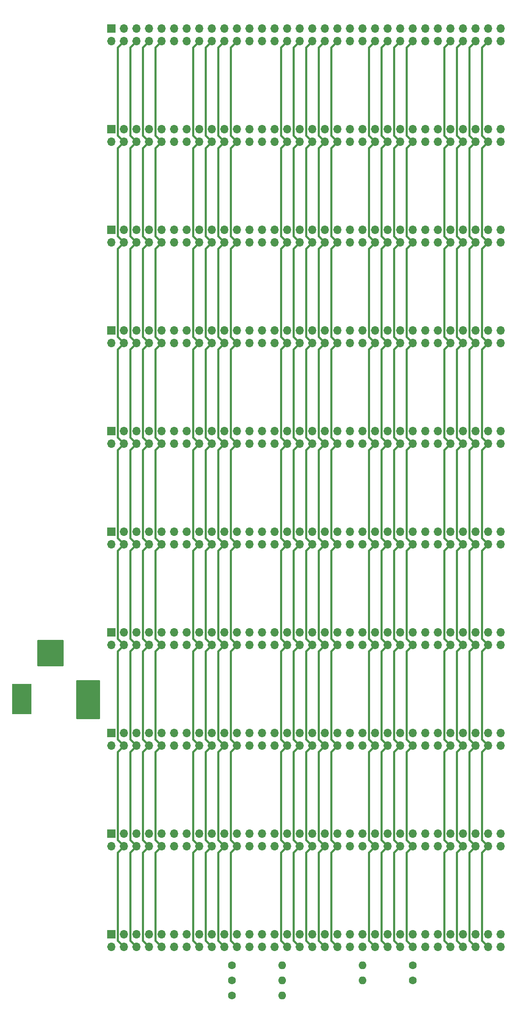
<source format=gbl>
G04 #@! TF.GenerationSoftware,KiCad,Pcbnew,5.1.6-c6e7f7d~86~ubuntu18.04.1*
G04 #@! TF.CreationDate,2020-06-23T20:17:20+12:00*
G04 #@! TF.ProjectId,M1 Backplane,4d312042-6163-46b7-906c-616e652e6b69,rev?*
G04 #@! TF.SameCoordinates,Original*
G04 #@! TF.FileFunction,Copper,L4,Bot*
G04 #@! TF.FilePolarity,Positive*
%FSLAX46Y46*%
G04 Gerber Fmt 4.6, Leading zero omitted, Abs format (unit mm)*
G04 Created by KiCad (PCBNEW 5.1.6-c6e7f7d~86~ubuntu18.04.1) date 2020-06-23 20:17:20*
%MOMM*%
%LPD*%
G01*
G04 APERTURE LIST*
G04 #@! TA.AperFunction,ComponentPad*
%ADD10R,1.700000X1.700000*%
G04 #@! TD*
G04 #@! TA.AperFunction,ComponentPad*
%ADD11O,1.700000X1.700000*%
G04 #@! TD*
G04 #@! TA.AperFunction,SMDPad,CuDef*
%ADD12R,3.300000X4.400000*%
G04 #@! TD*
G04 #@! TA.AperFunction,SMDPad,CuDef*
%ADD13R,3.900000X6.200000*%
G04 #@! TD*
G04 #@! TA.AperFunction,ComponentPad*
%ADD14C,1.600000*%
G04 #@! TD*
G04 #@! TA.AperFunction,ComponentPad*
%ADD15O,1.600000X1.600000*%
G04 #@! TD*
G04 #@! TA.AperFunction,ViaPad*
%ADD16C,0.762000*%
G04 #@! TD*
G04 #@! TA.AperFunction,Conductor*
%ADD17C,0.406400*%
G04 #@! TD*
G04 #@! TA.AperFunction,Conductor*
%ADD18C,0.254000*%
G04 #@! TD*
G04 APERTURE END LIST*
D10*
X109135000Y-306970000D03*
D11*
X109135000Y-309510000D03*
X111675000Y-306970000D03*
X111675000Y-309510000D03*
X114215000Y-306970000D03*
X114215000Y-309510000D03*
X116755000Y-306970000D03*
X116755000Y-309510000D03*
X119295000Y-306970000D03*
X119295000Y-309510000D03*
X121835000Y-306970000D03*
X121835000Y-309510000D03*
X124375000Y-306970000D03*
X124375000Y-309510000D03*
X126915000Y-306970000D03*
X126915000Y-309510000D03*
X129455000Y-306970000D03*
X129455000Y-309510000D03*
X131995000Y-306970000D03*
X131995000Y-309510000D03*
X134535000Y-306970000D03*
X134535000Y-309510000D03*
X137075000Y-306970000D03*
X137075000Y-309510000D03*
X139615000Y-306970000D03*
X139615000Y-309510000D03*
X142155000Y-306970000D03*
X142155000Y-309510000D03*
X144695000Y-306970000D03*
X144695000Y-309510000D03*
X147235000Y-306970000D03*
X147235000Y-309510000D03*
X149775000Y-306970000D03*
X149775000Y-309510000D03*
X152315000Y-306970000D03*
X152315000Y-309510000D03*
X154855000Y-306970000D03*
X154855000Y-309510000D03*
X157395000Y-306970000D03*
X157395000Y-309510000D03*
X159935000Y-306970000D03*
X159935000Y-309510000D03*
X162475000Y-306970000D03*
X162475000Y-309510000D03*
X165015000Y-306970000D03*
X165015000Y-309510000D03*
X167555000Y-306970000D03*
X167555000Y-309510000D03*
X170095000Y-306970000D03*
X170095000Y-309510000D03*
X172635000Y-306970000D03*
X172635000Y-309510000D03*
X175175000Y-306970000D03*
X175175000Y-309510000D03*
X177715000Y-306970000D03*
X177715000Y-309510000D03*
X180255000Y-306970000D03*
X180255000Y-309510000D03*
X182795000Y-306970000D03*
X182795000Y-309510000D03*
X185335000Y-306970000D03*
X185335000Y-309510000D03*
X187875000Y-306970000D03*
X187875000Y-309510000D03*
X187875000Y-289190000D03*
X187875000Y-286650000D03*
X185335000Y-289190000D03*
X185335000Y-286650000D03*
X182795000Y-289190000D03*
X182795000Y-286650000D03*
X180255000Y-289190000D03*
X180255000Y-286650000D03*
X177715000Y-289190000D03*
X177715000Y-286650000D03*
X175175000Y-289190000D03*
X175175000Y-286650000D03*
X172635000Y-289190000D03*
X172635000Y-286650000D03*
X170095000Y-289190000D03*
X170095000Y-286650000D03*
X167555000Y-289190000D03*
X167555000Y-286650000D03*
X165015000Y-289190000D03*
X165015000Y-286650000D03*
X162475000Y-289190000D03*
X162475000Y-286650000D03*
X159935000Y-289190000D03*
X159935000Y-286650000D03*
X157395000Y-289190000D03*
X157395000Y-286650000D03*
X154855000Y-289190000D03*
X154855000Y-286650000D03*
X152315000Y-289190000D03*
X152315000Y-286650000D03*
X149775000Y-289190000D03*
X149775000Y-286650000D03*
X147235000Y-289190000D03*
X147235000Y-286650000D03*
X144695000Y-289190000D03*
X144695000Y-286650000D03*
X142155000Y-289190000D03*
X142155000Y-286650000D03*
X139615000Y-289190000D03*
X139615000Y-286650000D03*
X137075000Y-289190000D03*
X137075000Y-286650000D03*
X134535000Y-289190000D03*
X134535000Y-286650000D03*
X131995000Y-289190000D03*
X131995000Y-286650000D03*
X129455000Y-289190000D03*
X129455000Y-286650000D03*
X126915000Y-289190000D03*
X126915000Y-286650000D03*
X124375000Y-289190000D03*
X124375000Y-286650000D03*
X121835000Y-289190000D03*
X121835000Y-286650000D03*
X119295000Y-289190000D03*
X119295000Y-286650000D03*
X116755000Y-289190000D03*
X116755000Y-286650000D03*
X114215000Y-289190000D03*
X114215000Y-286650000D03*
X111675000Y-289190000D03*
X111675000Y-286650000D03*
X109135000Y-289190000D03*
D10*
X109135000Y-286650000D03*
D11*
X187875000Y-268870000D03*
X187875000Y-266330000D03*
X185335000Y-268870000D03*
X185335000Y-266330000D03*
X182795000Y-268870000D03*
X182795000Y-266330000D03*
X180255000Y-268870000D03*
X180255000Y-266330000D03*
X177715000Y-268870000D03*
X177715000Y-266330000D03*
X175175000Y-268870000D03*
X175175000Y-266330000D03*
X172635000Y-268870000D03*
X172635000Y-266330000D03*
X170095000Y-268870000D03*
X170095000Y-266330000D03*
X167555000Y-268870000D03*
X167555000Y-266330000D03*
X165015000Y-268870000D03*
X165015000Y-266330000D03*
X162475000Y-268870000D03*
X162475000Y-266330000D03*
X159935000Y-268870000D03*
X159935000Y-266330000D03*
X157395000Y-268870000D03*
X157395000Y-266330000D03*
X154855000Y-268870000D03*
X154855000Y-266330000D03*
X152315000Y-268870000D03*
X152315000Y-266330000D03*
X149775000Y-268870000D03*
X149775000Y-266330000D03*
X147235000Y-268870000D03*
X147235000Y-266330000D03*
X144695000Y-268870000D03*
X144695000Y-266330000D03*
X142155000Y-268870000D03*
X142155000Y-266330000D03*
X139615000Y-268870000D03*
X139615000Y-266330000D03*
X137075000Y-268870000D03*
X137075000Y-266330000D03*
X134535000Y-268870000D03*
X134535000Y-266330000D03*
X131995000Y-268870000D03*
X131995000Y-266330000D03*
X129455000Y-268870000D03*
X129455000Y-266330000D03*
X126915000Y-268870000D03*
X126915000Y-266330000D03*
X124375000Y-268870000D03*
X124375000Y-266330000D03*
X121835000Y-268870000D03*
X121835000Y-266330000D03*
X119295000Y-268870000D03*
X119295000Y-266330000D03*
X116755000Y-268870000D03*
X116755000Y-266330000D03*
X114215000Y-268870000D03*
X114215000Y-266330000D03*
X111675000Y-268870000D03*
X111675000Y-266330000D03*
X109135000Y-268870000D03*
D10*
X109135000Y-266330000D03*
X109135000Y-246010000D03*
D11*
X109135000Y-248550000D03*
X111675000Y-246010000D03*
X111675000Y-248550000D03*
X114215000Y-246010000D03*
X114215000Y-248550000D03*
X116755000Y-246010000D03*
X116755000Y-248550000D03*
X119295000Y-246010000D03*
X119295000Y-248550000D03*
X121835000Y-246010000D03*
X121835000Y-248550000D03*
X124375000Y-246010000D03*
X124375000Y-248550000D03*
X126915000Y-246010000D03*
X126915000Y-248550000D03*
X129455000Y-246010000D03*
X129455000Y-248550000D03*
X131995000Y-246010000D03*
X131995000Y-248550000D03*
X134535000Y-246010000D03*
X134535000Y-248550000D03*
X137075000Y-246010000D03*
X137075000Y-248550000D03*
X139615000Y-246010000D03*
X139615000Y-248550000D03*
X142155000Y-246010000D03*
X142155000Y-248550000D03*
X144695000Y-246010000D03*
X144695000Y-248550000D03*
X147235000Y-246010000D03*
X147235000Y-248550000D03*
X149775000Y-246010000D03*
X149775000Y-248550000D03*
X152315000Y-246010000D03*
X152315000Y-248550000D03*
X154855000Y-246010000D03*
X154855000Y-248550000D03*
X157395000Y-246010000D03*
X157395000Y-248550000D03*
X159935000Y-246010000D03*
X159935000Y-248550000D03*
X162475000Y-246010000D03*
X162475000Y-248550000D03*
X165015000Y-246010000D03*
X165015000Y-248550000D03*
X167555000Y-246010000D03*
X167555000Y-248550000D03*
X170095000Y-246010000D03*
X170095000Y-248550000D03*
X172635000Y-246010000D03*
X172635000Y-248550000D03*
X175175000Y-246010000D03*
X175175000Y-248550000D03*
X177715000Y-246010000D03*
X177715000Y-248550000D03*
X180255000Y-246010000D03*
X180255000Y-248550000D03*
X182795000Y-246010000D03*
X182795000Y-248550000D03*
X185335000Y-246010000D03*
X185335000Y-248550000D03*
X187875000Y-246010000D03*
X187875000Y-248550000D03*
D10*
X109135000Y-225690000D03*
D11*
X109135000Y-228230000D03*
X111675000Y-225690000D03*
X111675000Y-228230000D03*
X114215000Y-225690000D03*
X114215000Y-228230000D03*
X116755000Y-225690000D03*
X116755000Y-228230000D03*
X119295000Y-225690000D03*
X119295000Y-228230000D03*
X121835000Y-225690000D03*
X121835000Y-228230000D03*
X124375000Y-225690000D03*
X124375000Y-228230000D03*
X126915000Y-225690000D03*
X126915000Y-228230000D03*
X129455000Y-225690000D03*
X129455000Y-228230000D03*
X131995000Y-225690000D03*
X131995000Y-228230000D03*
X134535000Y-225690000D03*
X134535000Y-228230000D03*
X137075000Y-225690000D03*
X137075000Y-228230000D03*
X139615000Y-225690000D03*
X139615000Y-228230000D03*
X142155000Y-225690000D03*
X142155000Y-228230000D03*
X144695000Y-225690000D03*
X144695000Y-228230000D03*
X147235000Y-225690000D03*
X147235000Y-228230000D03*
X149775000Y-225690000D03*
X149775000Y-228230000D03*
X152315000Y-225690000D03*
X152315000Y-228230000D03*
X154855000Y-225690000D03*
X154855000Y-228230000D03*
X157395000Y-225690000D03*
X157395000Y-228230000D03*
X159935000Y-225690000D03*
X159935000Y-228230000D03*
X162475000Y-225690000D03*
X162475000Y-228230000D03*
X165015000Y-225690000D03*
X165015000Y-228230000D03*
X167555000Y-225690000D03*
X167555000Y-228230000D03*
X170095000Y-225690000D03*
X170095000Y-228230000D03*
X172635000Y-225690000D03*
X172635000Y-228230000D03*
X175175000Y-225690000D03*
X175175000Y-228230000D03*
X177715000Y-225690000D03*
X177715000Y-228230000D03*
X180255000Y-225690000D03*
X180255000Y-228230000D03*
X182795000Y-225690000D03*
X182795000Y-228230000D03*
X185335000Y-225690000D03*
X185335000Y-228230000D03*
X187875000Y-225690000D03*
X187875000Y-228230000D03*
X187875000Y-207910000D03*
X187875000Y-205370000D03*
X185335000Y-207910000D03*
X185335000Y-205370000D03*
X182795000Y-207910000D03*
X182795000Y-205370000D03*
X180255000Y-207910000D03*
X180255000Y-205370000D03*
X177715000Y-207910000D03*
X177715000Y-205370000D03*
X175175000Y-207910000D03*
X175175000Y-205370000D03*
X172635000Y-207910000D03*
X172635000Y-205370000D03*
X170095000Y-207910000D03*
X170095000Y-205370000D03*
X167555000Y-207910000D03*
X167555000Y-205370000D03*
X165015000Y-207910000D03*
X165015000Y-205370000D03*
X162475000Y-207910000D03*
X162475000Y-205370000D03*
X159935000Y-207910000D03*
X159935000Y-205370000D03*
X157395000Y-207910000D03*
X157395000Y-205370000D03*
X154855000Y-207910000D03*
X154855000Y-205370000D03*
X152315000Y-207910000D03*
X152315000Y-205370000D03*
X149775000Y-207910000D03*
X149775000Y-205370000D03*
X147235000Y-207910000D03*
X147235000Y-205370000D03*
X144695000Y-207910000D03*
X144695000Y-205370000D03*
X142155000Y-207910000D03*
X142155000Y-205370000D03*
X139615000Y-207910000D03*
X139615000Y-205370000D03*
X137075000Y-207910000D03*
X137075000Y-205370000D03*
X134535000Y-207910000D03*
X134535000Y-205370000D03*
X131995000Y-207910000D03*
X131995000Y-205370000D03*
X129455000Y-207910000D03*
X129455000Y-205370000D03*
X126915000Y-207910000D03*
X126915000Y-205370000D03*
X124375000Y-207910000D03*
X124375000Y-205370000D03*
X121835000Y-207910000D03*
X121835000Y-205370000D03*
X119295000Y-207910000D03*
X119295000Y-205370000D03*
X116755000Y-207910000D03*
X116755000Y-205370000D03*
X114215000Y-207910000D03*
X114215000Y-205370000D03*
X111675000Y-207910000D03*
X111675000Y-205370000D03*
X109135000Y-207910000D03*
D10*
X109135000Y-205370000D03*
D11*
X187875000Y-187590000D03*
X187875000Y-185050000D03*
X185335000Y-187590000D03*
X185335000Y-185050000D03*
X182795000Y-187590000D03*
X182795000Y-185050000D03*
X180255000Y-187590000D03*
X180255000Y-185050000D03*
X177715000Y-187590000D03*
X177715000Y-185050000D03*
X175175000Y-187590000D03*
X175175000Y-185050000D03*
X172635000Y-187590000D03*
X172635000Y-185050000D03*
X170095000Y-187590000D03*
X170095000Y-185050000D03*
X167555000Y-187590000D03*
X167555000Y-185050000D03*
X165015000Y-187590000D03*
X165015000Y-185050000D03*
X162475000Y-187590000D03*
X162475000Y-185050000D03*
X159935000Y-187590000D03*
X159935000Y-185050000D03*
X157395000Y-187590000D03*
X157395000Y-185050000D03*
X154855000Y-187590000D03*
X154855000Y-185050000D03*
X152315000Y-187590000D03*
X152315000Y-185050000D03*
X149775000Y-187590000D03*
X149775000Y-185050000D03*
X147235000Y-187590000D03*
X147235000Y-185050000D03*
X144695000Y-187590000D03*
X144695000Y-185050000D03*
X142155000Y-187590000D03*
X142155000Y-185050000D03*
X139615000Y-187590000D03*
X139615000Y-185050000D03*
X137075000Y-187590000D03*
X137075000Y-185050000D03*
X134535000Y-187590000D03*
X134535000Y-185050000D03*
X131995000Y-187590000D03*
X131995000Y-185050000D03*
X129455000Y-187590000D03*
X129455000Y-185050000D03*
X126915000Y-187590000D03*
X126915000Y-185050000D03*
X124375000Y-187590000D03*
X124375000Y-185050000D03*
X121835000Y-187590000D03*
X121835000Y-185050000D03*
X119295000Y-187590000D03*
X119295000Y-185050000D03*
X116755000Y-187590000D03*
X116755000Y-185050000D03*
X114215000Y-187590000D03*
X114215000Y-185050000D03*
X111675000Y-187590000D03*
X111675000Y-185050000D03*
X109135000Y-187590000D03*
D10*
X109135000Y-185050000D03*
X109135000Y-164730000D03*
D11*
X109135000Y-167270000D03*
X111675000Y-164730000D03*
X111675000Y-167270000D03*
X114215000Y-164730000D03*
X114215000Y-167270000D03*
X116755000Y-164730000D03*
X116755000Y-167270000D03*
X119295000Y-164730000D03*
X119295000Y-167270000D03*
X121835000Y-164730000D03*
X121835000Y-167270000D03*
X124375000Y-164730000D03*
X124375000Y-167270000D03*
X126915000Y-164730000D03*
X126915000Y-167270000D03*
X129455000Y-164730000D03*
X129455000Y-167270000D03*
X131995000Y-164730000D03*
X131995000Y-167270000D03*
X134535000Y-164730000D03*
X134535000Y-167270000D03*
X137075000Y-164730000D03*
X137075000Y-167270000D03*
X139615000Y-164730000D03*
X139615000Y-167270000D03*
X142155000Y-164730000D03*
X142155000Y-167270000D03*
X144695000Y-164730000D03*
X144695000Y-167270000D03*
X147235000Y-164730000D03*
X147235000Y-167270000D03*
X149775000Y-164730000D03*
X149775000Y-167270000D03*
X152315000Y-164730000D03*
X152315000Y-167270000D03*
X154855000Y-164730000D03*
X154855000Y-167270000D03*
X157395000Y-164730000D03*
X157395000Y-167270000D03*
X159935000Y-164730000D03*
X159935000Y-167270000D03*
X162475000Y-164730000D03*
X162475000Y-167270000D03*
X165015000Y-164730000D03*
X165015000Y-167270000D03*
X167555000Y-164730000D03*
X167555000Y-167270000D03*
X170095000Y-164730000D03*
X170095000Y-167270000D03*
X172635000Y-164730000D03*
X172635000Y-167270000D03*
X175175000Y-164730000D03*
X175175000Y-167270000D03*
X177715000Y-164730000D03*
X177715000Y-167270000D03*
X180255000Y-164730000D03*
X180255000Y-167270000D03*
X182795000Y-164730000D03*
X182795000Y-167270000D03*
X185335000Y-164730000D03*
X185335000Y-167270000D03*
X187875000Y-164730000D03*
X187875000Y-167270000D03*
D10*
X109135000Y-144410000D03*
D11*
X109135000Y-146950000D03*
X111675000Y-144410000D03*
X111675000Y-146950000D03*
X114215000Y-144410000D03*
X114215000Y-146950000D03*
X116755000Y-144410000D03*
X116755000Y-146950000D03*
X119295000Y-144410000D03*
X119295000Y-146950000D03*
X121835000Y-144410000D03*
X121835000Y-146950000D03*
X124375000Y-144410000D03*
X124375000Y-146950000D03*
X126915000Y-144410000D03*
X126915000Y-146950000D03*
X129455000Y-144410000D03*
X129455000Y-146950000D03*
X131995000Y-144410000D03*
X131995000Y-146950000D03*
X134535000Y-144410000D03*
X134535000Y-146950000D03*
X137075000Y-144410000D03*
X137075000Y-146950000D03*
X139615000Y-144410000D03*
X139615000Y-146950000D03*
X142155000Y-144410000D03*
X142155000Y-146950000D03*
X144695000Y-144410000D03*
X144695000Y-146950000D03*
X147235000Y-144410000D03*
X147235000Y-146950000D03*
X149775000Y-144410000D03*
X149775000Y-146950000D03*
X152315000Y-144410000D03*
X152315000Y-146950000D03*
X154855000Y-144410000D03*
X154855000Y-146950000D03*
X157395000Y-144410000D03*
X157395000Y-146950000D03*
X159935000Y-144410000D03*
X159935000Y-146950000D03*
X162475000Y-144410000D03*
X162475000Y-146950000D03*
X165015000Y-144410000D03*
X165015000Y-146950000D03*
X167555000Y-144410000D03*
X167555000Y-146950000D03*
X170095000Y-144410000D03*
X170095000Y-146950000D03*
X172635000Y-144410000D03*
X172635000Y-146950000D03*
X175175000Y-144410000D03*
X175175000Y-146950000D03*
X177715000Y-144410000D03*
X177715000Y-146950000D03*
X180255000Y-144410000D03*
X180255000Y-146950000D03*
X182795000Y-144410000D03*
X182795000Y-146950000D03*
X185335000Y-144410000D03*
X185335000Y-146950000D03*
X187875000Y-144410000D03*
X187875000Y-146950000D03*
X187875000Y-126630000D03*
X187875000Y-124090000D03*
X185335000Y-126630000D03*
X185335000Y-124090000D03*
X182795000Y-126630000D03*
X182795000Y-124090000D03*
X180255000Y-126630000D03*
X180255000Y-124090000D03*
X177715000Y-126630000D03*
X177715000Y-124090000D03*
X175175000Y-126630000D03*
X175175000Y-124090000D03*
X172635000Y-126630000D03*
X172635000Y-124090000D03*
X170095000Y-126630000D03*
X170095000Y-124090000D03*
X167555000Y-126630000D03*
X167555000Y-124090000D03*
X165015000Y-126630000D03*
X165015000Y-124090000D03*
X162475000Y-126630000D03*
X162475000Y-124090000D03*
X159935000Y-126630000D03*
X159935000Y-124090000D03*
X157395000Y-126630000D03*
X157395000Y-124090000D03*
X154855000Y-126630000D03*
X154855000Y-124090000D03*
X152315000Y-126630000D03*
X152315000Y-124090000D03*
X149775000Y-126630000D03*
X149775000Y-124090000D03*
X147235000Y-126630000D03*
X147235000Y-124090000D03*
X144695000Y-126630000D03*
X144695000Y-124090000D03*
X142155000Y-126630000D03*
X142155000Y-124090000D03*
X139615000Y-126630000D03*
X139615000Y-124090000D03*
X137075000Y-126630000D03*
X137075000Y-124090000D03*
X134535000Y-126630000D03*
X134535000Y-124090000D03*
X131995000Y-126630000D03*
X131995000Y-124090000D03*
X129455000Y-126630000D03*
X129455000Y-124090000D03*
X126915000Y-126630000D03*
X126915000Y-124090000D03*
X124375000Y-126630000D03*
X124375000Y-124090000D03*
X121835000Y-126630000D03*
X121835000Y-124090000D03*
X119295000Y-126630000D03*
X119295000Y-124090000D03*
X116755000Y-126630000D03*
X116755000Y-124090000D03*
X114215000Y-126630000D03*
X114215000Y-124090000D03*
X111675000Y-126630000D03*
X111675000Y-124090000D03*
X109135000Y-126630000D03*
D10*
X109135000Y-124090000D03*
D12*
X96805000Y-250530000D03*
D13*
X103955000Y-259530000D03*
X91055000Y-259530000D03*
D14*
X133529000Y-313286000D03*
D15*
X143689000Y-313286000D03*
X143689000Y-316334000D03*
D14*
X133529000Y-316334000D03*
X170105000Y-316334000D03*
D15*
X159945000Y-316334000D03*
D14*
X133529000Y-319382000D03*
D15*
X143689000Y-319382000D03*
X159945000Y-313286000D03*
D14*
X170105000Y-313286000D03*
D16*
X106325000Y-260700000D03*
X106325000Y-259938000D03*
X106325000Y-259176000D03*
X106325000Y-258414000D03*
X105309000Y-262986000D03*
X104547000Y-262986000D03*
X103785000Y-262986000D03*
X105309000Y-256128000D03*
X104547000Y-256128000D03*
X103785000Y-256128000D03*
X98959000Y-251048000D03*
X98959000Y-250286000D03*
X98959000Y-249524000D03*
X94641000Y-251048000D03*
X94641000Y-250286000D03*
X94641000Y-249524000D03*
X97943000Y-248000000D03*
X97181000Y-248000000D03*
X96419000Y-248000000D03*
X95657000Y-248000000D03*
D17*
X111675000Y-309510000D02*
X110405000Y-308240000D01*
X110405000Y-308240000D02*
X110405000Y-290460000D01*
X110405000Y-290460000D02*
X111675000Y-289190000D01*
X111675000Y-289190000D02*
X110405000Y-287920000D01*
X110405000Y-287920000D02*
X110405000Y-270140000D01*
X110405000Y-270140000D02*
X111675000Y-268870000D01*
X111675000Y-268870000D02*
X110405000Y-267600000D01*
X110405000Y-267600000D02*
X110405000Y-249820000D01*
X110405000Y-249820000D02*
X111675000Y-248550000D01*
X111675000Y-248550000D02*
X110405000Y-247280000D01*
X110405000Y-247280000D02*
X110405000Y-229500000D01*
X110405000Y-229500000D02*
X111675000Y-228230000D01*
X111675000Y-228230000D02*
X110405000Y-226960000D01*
X110405000Y-226960000D02*
X110405000Y-209180000D01*
X110405000Y-209180000D02*
X111675000Y-207910000D01*
X111675000Y-207910000D02*
X110405000Y-206640000D01*
X110405000Y-206640000D02*
X110405000Y-188860000D01*
X110405000Y-188860000D02*
X111675000Y-187590000D01*
X111675000Y-187590000D02*
X110405000Y-186320000D01*
X110405000Y-186320000D02*
X110405000Y-168540000D01*
X110405000Y-168540000D02*
X111675000Y-167270000D01*
X111675000Y-167270000D02*
X110405000Y-166000000D01*
X110405000Y-166000000D02*
X110405000Y-148220000D01*
X110405000Y-148220000D02*
X111675000Y-146950000D01*
X111675000Y-146950000D02*
X110405000Y-145680000D01*
X110405000Y-145680000D02*
X110405000Y-127900000D01*
X110405000Y-127900000D02*
X111675000Y-126630000D01*
X114215000Y-309510000D02*
X112945000Y-308240000D01*
X112945000Y-308240000D02*
X112945000Y-290460000D01*
X112945000Y-290460000D02*
X114215000Y-289190000D01*
X114215000Y-289190000D02*
X112945000Y-287920000D01*
X112945000Y-287920000D02*
X112945000Y-270140000D01*
X112945000Y-270140000D02*
X114215000Y-268870000D01*
X114215000Y-268870000D02*
X112945000Y-267600000D01*
X112945000Y-267600000D02*
X112945000Y-249820000D01*
X112945000Y-249820000D02*
X114215000Y-248550000D01*
X114215000Y-248550000D02*
X112945000Y-247280000D01*
X112945000Y-247280000D02*
X112945000Y-229500000D01*
X112945000Y-229500000D02*
X114215000Y-228230000D01*
X114215000Y-228230000D02*
X112945000Y-226960000D01*
X112945000Y-226960000D02*
X112945000Y-209180000D01*
X112945000Y-209180000D02*
X114215000Y-207910000D01*
X114215000Y-207910000D02*
X112945000Y-206640000D01*
X112945000Y-206640000D02*
X112945000Y-188860000D01*
X112945000Y-188860000D02*
X114215000Y-187590000D01*
X114215000Y-187590000D02*
X112945000Y-186320000D01*
X112945000Y-186320000D02*
X112945000Y-168540000D01*
X112945000Y-168540000D02*
X114215000Y-167270000D01*
X114215000Y-167270000D02*
X112945000Y-166000000D01*
X112945000Y-166000000D02*
X112945000Y-148220000D01*
X112945000Y-148220000D02*
X114215000Y-146950000D01*
X114215000Y-146950000D02*
X112945000Y-145680000D01*
X112945000Y-145680000D02*
X112945000Y-127900000D01*
X112945000Y-127900000D02*
X114215000Y-126630000D01*
X116755000Y-309510000D02*
X115485000Y-308240000D01*
X115485000Y-308240000D02*
X115485000Y-290460000D01*
X115485000Y-290460000D02*
X116755000Y-289190000D01*
X116755000Y-289190000D02*
X115485000Y-287920000D01*
X115485000Y-287920000D02*
X115485000Y-270140000D01*
X115485000Y-270140000D02*
X116755000Y-268870000D01*
X116755000Y-268870000D02*
X115485000Y-267600000D01*
X115485000Y-267600000D02*
X115485000Y-249820000D01*
X115485000Y-249820000D02*
X116755000Y-248550000D01*
X116755000Y-248550000D02*
X115485000Y-247280000D01*
X115485000Y-247280000D02*
X115485000Y-229500000D01*
X115485000Y-229500000D02*
X116755000Y-228230000D01*
X116755000Y-228230000D02*
X115485000Y-226960000D01*
X115485000Y-226960000D02*
X115485000Y-209180000D01*
X115485000Y-209180000D02*
X116755000Y-207910000D01*
X116755000Y-207910000D02*
X115485000Y-206640000D01*
X115485000Y-206640000D02*
X115485000Y-188860000D01*
X115485000Y-188860000D02*
X116755000Y-187590000D01*
X116755000Y-187590000D02*
X115485000Y-186320000D01*
X115485000Y-186320000D02*
X115485000Y-168540000D01*
X115485000Y-168540000D02*
X116755000Y-167270000D01*
X116755000Y-167270000D02*
X115485000Y-166000000D01*
X115485000Y-166000000D02*
X115485000Y-148220000D01*
X115485000Y-148220000D02*
X116755000Y-146950000D01*
X116755000Y-146950000D02*
X115485000Y-145680000D01*
X115485000Y-145680000D02*
X115485000Y-127900000D01*
X115485000Y-127900000D02*
X116755000Y-126630000D01*
X119295000Y-309510000D02*
X118025000Y-308240000D01*
X118025000Y-308240000D02*
X118025000Y-290460000D01*
X118025000Y-290460000D02*
X119295000Y-289190000D01*
X119295000Y-289190000D02*
X118025000Y-287920000D01*
X118025000Y-287920000D02*
X118025000Y-270140000D01*
X118025000Y-270140000D02*
X119295000Y-268870000D01*
X119295000Y-268870000D02*
X118025000Y-267600000D01*
X118025000Y-267600000D02*
X118025000Y-249820000D01*
X118025000Y-249820000D02*
X119295000Y-248550000D01*
X119295000Y-248550000D02*
X118025000Y-247280000D01*
X118025000Y-247280000D02*
X118025000Y-229500000D01*
X118025000Y-229500000D02*
X119295000Y-228230000D01*
X119295000Y-228230000D02*
X118025000Y-226960000D01*
X118025000Y-226960000D02*
X118025000Y-209180000D01*
X118025000Y-209180000D02*
X119295000Y-207910000D01*
X119295000Y-207910000D02*
X118025000Y-206640000D01*
X118025000Y-206640000D02*
X118025000Y-188860000D01*
X118025000Y-188860000D02*
X119295000Y-187590000D01*
X119295000Y-187590000D02*
X118025000Y-186320000D01*
X118025000Y-186320000D02*
X118025000Y-168540000D01*
X118025000Y-168540000D02*
X119295000Y-167270000D01*
X119295000Y-167270000D02*
X118025000Y-166000000D01*
X118025000Y-166000000D02*
X118025000Y-148220000D01*
X118025000Y-148220000D02*
X119295000Y-146950000D01*
X119295000Y-146950000D02*
X118025000Y-145680000D01*
X118025000Y-145680000D02*
X118025000Y-127900000D01*
X118025000Y-127900000D02*
X119295000Y-126630000D01*
X126915000Y-309510000D02*
X125645000Y-308240000D01*
X125645000Y-308240000D02*
X125645000Y-290460000D01*
X125645000Y-290460000D02*
X126915000Y-289190000D01*
X126915000Y-289190000D02*
X125645000Y-287920000D01*
X125645000Y-287920000D02*
X125645000Y-270140000D01*
X125645000Y-270140000D02*
X126915000Y-268870000D01*
X126915000Y-268870000D02*
X125645000Y-267600000D01*
X125645000Y-267600000D02*
X125645000Y-249820000D01*
X125645000Y-249820000D02*
X126915000Y-248550000D01*
X126915000Y-248550000D02*
X125645000Y-247280000D01*
X125645000Y-247280000D02*
X125645000Y-229500000D01*
X125645000Y-229500000D02*
X126915000Y-228230000D01*
X126915000Y-228230000D02*
X125645000Y-226960000D01*
X125645000Y-226960000D02*
X125645000Y-209180000D01*
X125645000Y-209180000D02*
X126915000Y-207910000D01*
X126915000Y-207910000D02*
X125645000Y-206640000D01*
X125645000Y-206640000D02*
X125645000Y-188860000D01*
X125645000Y-188860000D02*
X126915000Y-187590000D01*
X126915000Y-187590000D02*
X125645000Y-186320000D01*
X125645000Y-186320000D02*
X125645000Y-168540000D01*
X125645000Y-168540000D02*
X126915000Y-167270000D01*
X126915000Y-167270000D02*
X125645000Y-166000000D01*
X125645000Y-166000000D02*
X125645000Y-148220000D01*
X125645000Y-148220000D02*
X126915000Y-146950000D01*
X126915000Y-146950000D02*
X125645000Y-145680000D01*
X125645000Y-145680000D02*
X125645000Y-127900000D01*
X125645000Y-127900000D02*
X126915000Y-126630000D01*
X129455000Y-309510000D02*
X128185000Y-308240000D01*
X128185000Y-308240000D02*
X128185000Y-290460000D01*
X128185000Y-290460000D02*
X129455000Y-289190000D01*
X129455000Y-289190000D02*
X128185000Y-287920000D01*
X128185000Y-287920000D02*
X128185000Y-270140000D01*
X128185000Y-270140000D02*
X129455000Y-268870000D01*
X129455000Y-268870000D02*
X128185000Y-267600000D01*
X128185000Y-267600000D02*
X128185000Y-249820000D01*
X128185000Y-249820000D02*
X129455000Y-248550000D01*
X129455000Y-248550000D02*
X128185000Y-247280000D01*
X128185000Y-247280000D02*
X128185000Y-229500000D01*
X128185000Y-229500000D02*
X129455000Y-228230000D01*
X129455000Y-228230000D02*
X128185000Y-226960000D01*
X128185000Y-226960000D02*
X128185000Y-209180000D01*
X128185000Y-209180000D02*
X129455000Y-207910000D01*
X129455000Y-207910000D02*
X128185000Y-206640000D01*
X128185000Y-206640000D02*
X128185000Y-188860000D01*
X128185000Y-188860000D02*
X129455000Y-187590000D01*
X129455000Y-187590000D02*
X128185000Y-186320000D01*
X128185000Y-186320000D02*
X128185000Y-168540000D01*
X128185000Y-168540000D02*
X129455000Y-167270000D01*
X129455000Y-167270000D02*
X128185000Y-166000000D01*
X128185000Y-166000000D02*
X128185000Y-148220000D01*
X128185000Y-148220000D02*
X129455000Y-146950000D01*
X129455000Y-146950000D02*
X128185000Y-145680000D01*
X128185000Y-145680000D02*
X128185000Y-127900000D01*
X128185000Y-127900000D02*
X129455000Y-126630000D01*
X131995000Y-309510000D02*
X130725000Y-308240000D01*
X130725000Y-308240000D02*
X130725000Y-290460000D01*
X130725000Y-290460000D02*
X131995000Y-289190000D01*
X131995000Y-289190000D02*
X130725000Y-287920000D01*
X130725000Y-287920000D02*
X130725000Y-270140000D01*
X130725000Y-270140000D02*
X131995000Y-268870000D01*
X131995000Y-268870000D02*
X130725000Y-267600000D01*
X130725000Y-267600000D02*
X130725000Y-249820000D01*
X130725000Y-249820000D02*
X131995000Y-248550000D01*
X131995000Y-248550000D02*
X130725000Y-247280000D01*
X130725000Y-247280000D02*
X130725000Y-229500000D01*
X130725000Y-229500000D02*
X131995000Y-228230000D01*
X131995000Y-228230000D02*
X130725000Y-226960000D01*
X130725000Y-226960000D02*
X130725000Y-209180000D01*
X130725000Y-209180000D02*
X131995000Y-207910000D01*
X131995000Y-207910000D02*
X130725000Y-206640000D01*
X130725000Y-206640000D02*
X130725000Y-188860000D01*
X130725000Y-188860000D02*
X131995000Y-187590000D01*
X131995000Y-187590000D02*
X130725000Y-186320000D01*
X130725000Y-186320000D02*
X130725000Y-168540000D01*
X130725000Y-168540000D02*
X131995000Y-167270000D01*
X131995000Y-167270000D02*
X130725000Y-166000000D01*
X130725000Y-166000000D02*
X130725000Y-148220000D01*
X130725000Y-148220000D02*
X131995000Y-146950000D01*
X131995000Y-146950000D02*
X130725000Y-145680000D01*
X130725000Y-145680000D02*
X130725000Y-127900000D01*
X130725000Y-127900000D02*
X131995000Y-126630000D01*
X134535000Y-309510000D02*
X133265000Y-308240000D01*
X133265000Y-308240000D02*
X133265000Y-290460000D01*
X133265000Y-290460000D02*
X134535000Y-289190000D01*
X134535000Y-289190000D02*
X133265000Y-287920000D01*
X133265000Y-287920000D02*
X133265000Y-270140000D01*
X133265000Y-270140000D02*
X134535000Y-268870000D01*
X134535000Y-268870000D02*
X133265000Y-267600000D01*
X133265000Y-267600000D02*
X133265000Y-249820000D01*
X133265000Y-249820000D02*
X134535000Y-248550000D01*
X134535000Y-248550000D02*
X133265000Y-247280000D01*
X133265000Y-247280000D02*
X133265000Y-229500000D01*
X133265000Y-229500000D02*
X134535000Y-228230000D01*
X134535000Y-228230000D02*
X133265000Y-226960000D01*
X133265000Y-226960000D02*
X133265000Y-209180000D01*
X133265000Y-209180000D02*
X134535000Y-207910000D01*
X134535000Y-207910000D02*
X133265000Y-206640000D01*
X133265000Y-206640000D02*
X133265000Y-188860000D01*
X133265000Y-188860000D02*
X134535000Y-187590000D01*
X134535000Y-187590000D02*
X133265000Y-186320000D01*
X133265000Y-186320000D02*
X133265000Y-168540000D01*
X133265000Y-168540000D02*
X134535000Y-167270000D01*
X134535000Y-167270000D02*
X133265000Y-166000000D01*
X133265000Y-166000000D02*
X133265000Y-148220000D01*
X133265000Y-148220000D02*
X134535000Y-146950000D01*
X134535000Y-146950000D02*
X133265000Y-145680000D01*
X133265000Y-145680000D02*
X133265000Y-127900000D01*
X133265000Y-127900000D02*
X134535000Y-126630000D01*
X144695000Y-309510000D02*
X143425000Y-308240000D01*
X143425000Y-308240000D02*
X143425000Y-290460000D01*
X143425000Y-290460000D02*
X144695000Y-289190000D01*
X144695000Y-289190000D02*
X143425000Y-287920000D01*
X143425000Y-287920000D02*
X143425000Y-270140000D01*
X143425000Y-270140000D02*
X144695000Y-268870000D01*
X144695000Y-268870000D02*
X143425000Y-267600000D01*
X143425000Y-267600000D02*
X143425000Y-249820000D01*
X143425000Y-249820000D02*
X144695000Y-248550000D01*
X144695000Y-248550000D02*
X143425000Y-247280000D01*
X143425000Y-247280000D02*
X143425000Y-229500000D01*
X143425000Y-229500000D02*
X144695000Y-228230000D01*
X144695000Y-228230000D02*
X143425000Y-226960000D01*
X143425000Y-226960000D02*
X143425000Y-209180000D01*
X143425000Y-209180000D02*
X144695000Y-207910000D01*
X144695000Y-207910000D02*
X143425000Y-206640000D01*
X143425000Y-206640000D02*
X143425000Y-188860000D01*
X143425000Y-188860000D02*
X144695000Y-187590000D01*
X144695000Y-187590000D02*
X143425000Y-186320000D01*
X143425000Y-186320000D02*
X143425000Y-168540000D01*
X143425000Y-168540000D02*
X144695000Y-167270000D01*
X144695000Y-167270000D02*
X143425000Y-166000000D01*
X143425000Y-166000000D02*
X143425000Y-148220000D01*
X143425000Y-148220000D02*
X144695000Y-146950000D01*
X144695000Y-146950000D02*
X143425000Y-145680000D01*
X143425000Y-145680000D02*
X143425000Y-127900000D01*
X143425000Y-127900000D02*
X144695000Y-126630000D01*
X147235000Y-309510000D02*
X145965000Y-308240000D01*
X145965000Y-308240000D02*
X145965000Y-290460000D01*
X145965000Y-290460000D02*
X147235000Y-289190000D01*
X147235000Y-289190000D02*
X145965000Y-287920000D01*
X145965000Y-287920000D02*
X145965000Y-270140000D01*
X145965000Y-270140000D02*
X147235000Y-268870000D01*
X147235000Y-268870000D02*
X145965000Y-267600000D01*
X145965000Y-267600000D02*
X145965000Y-249820000D01*
X145965000Y-249820000D02*
X147235000Y-248550000D01*
X147235000Y-248550000D02*
X145965000Y-247280000D01*
X145965000Y-247280000D02*
X145965000Y-229500000D01*
X145965000Y-229500000D02*
X147235000Y-228230000D01*
X147235000Y-228230000D02*
X145965000Y-226960000D01*
X145965000Y-226960000D02*
X145965000Y-209180000D01*
X145965000Y-209180000D02*
X147235000Y-207910000D01*
X147235000Y-207910000D02*
X145965000Y-206640000D01*
X145965000Y-206640000D02*
X145965000Y-188860000D01*
X145965000Y-188860000D02*
X147235000Y-187590000D01*
X147235000Y-187590000D02*
X145965000Y-186320000D01*
X145965000Y-186320000D02*
X145965000Y-168540000D01*
X145965000Y-168540000D02*
X147235000Y-167270000D01*
X147235000Y-167270000D02*
X145965000Y-166000000D01*
X145965000Y-166000000D02*
X145965000Y-148220000D01*
X145965000Y-148220000D02*
X147235000Y-146950000D01*
X147235000Y-146950000D02*
X145965000Y-145680000D01*
X145965000Y-145680000D02*
X145965000Y-127900000D01*
X145965000Y-127900000D02*
X147235000Y-126630000D01*
X149775000Y-309510000D02*
X148505000Y-308240000D01*
X148505000Y-308240000D02*
X148505000Y-290460000D01*
X148505000Y-290460000D02*
X149775000Y-289190000D01*
X149775000Y-289190000D02*
X148505000Y-287920000D01*
X148505000Y-287920000D02*
X148505000Y-270140000D01*
X148505000Y-270140000D02*
X149775000Y-268870000D01*
X149775000Y-268870000D02*
X148505000Y-267600000D01*
X148505000Y-267600000D02*
X148505000Y-249820000D01*
X148505000Y-249820000D02*
X149775000Y-248550000D01*
X149775000Y-248550000D02*
X148505000Y-247280000D01*
X148505000Y-247280000D02*
X148505000Y-229500000D01*
X148505000Y-229500000D02*
X149775000Y-228230000D01*
X149775000Y-228230000D02*
X148505000Y-226960000D01*
X148505000Y-226960000D02*
X148505000Y-209180000D01*
X148505000Y-209180000D02*
X149775000Y-207910000D01*
X149775000Y-207910000D02*
X148505000Y-206640000D01*
X148505000Y-206640000D02*
X148505000Y-188860000D01*
X148505000Y-188860000D02*
X149775000Y-187590000D01*
X149775000Y-187590000D02*
X148505000Y-186320000D01*
X148505000Y-186320000D02*
X148505000Y-168540000D01*
X148505000Y-168540000D02*
X149775000Y-167270000D01*
X149775000Y-167270000D02*
X148505000Y-166000000D01*
X148505000Y-166000000D02*
X148505000Y-148220000D01*
X148505000Y-148220000D02*
X149775000Y-146950000D01*
X149775000Y-146950000D02*
X148505000Y-145680000D01*
X148505000Y-145680000D02*
X148505000Y-127900000D01*
X148505000Y-127900000D02*
X149775000Y-126630000D01*
X152315000Y-309510000D02*
X151045000Y-308240000D01*
X151045000Y-308240000D02*
X151045000Y-290460000D01*
X151045000Y-290460000D02*
X152315000Y-289190000D01*
X152315000Y-289190000D02*
X151045000Y-287920000D01*
X151045000Y-287920000D02*
X151045000Y-270140000D01*
X151045000Y-270140000D02*
X152315000Y-268870000D01*
X152315000Y-268870000D02*
X151045000Y-267600000D01*
X151045000Y-267600000D02*
X151045000Y-249820000D01*
X151045000Y-249820000D02*
X152315000Y-248550000D01*
X152315000Y-248550000D02*
X151045000Y-247280000D01*
X151045000Y-247280000D02*
X151045000Y-229500000D01*
X151045000Y-229500000D02*
X152315000Y-228230000D01*
X152315000Y-228230000D02*
X151045000Y-226960000D01*
X151045000Y-226960000D02*
X151045000Y-209180000D01*
X151045000Y-209180000D02*
X152315000Y-207910000D01*
X152315000Y-207910000D02*
X151045000Y-206640000D01*
X151045000Y-206640000D02*
X151045000Y-188860000D01*
X151045000Y-188860000D02*
X152315000Y-187590000D01*
X152315000Y-187590000D02*
X151045000Y-186320000D01*
X151045000Y-186320000D02*
X151045000Y-168540000D01*
X151045000Y-168540000D02*
X152315000Y-167270000D01*
X152315000Y-167270000D02*
X151045000Y-166000000D01*
X151045000Y-166000000D02*
X151045000Y-148220000D01*
X151045000Y-148220000D02*
X152315000Y-146950000D01*
X152315000Y-146950000D02*
X151045000Y-145680000D01*
X151045000Y-145680000D02*
X151045000Y-127900000D01*
X151045000Y-127900000D02*
X152315000Y-126630000D01*
X154855000Y-309510000D02*
X153585000Y-308240000D01*
X153585000Y-308240000D02*
X153585000Y-290460000D01*
X153585000Y-290460000D02*
X154855000Y-289190000D01*
X154855000Y-289190000D02*
X153585000Y-287920000D01*
X153585000Y-287920000D02*
X153585000Y-270140000D01*
X153585000Y-270140000D02*
X154855000Y-268870000D01*
X154855000Y-268870000D02*
X153585000Y-267600000D01*
X153585000Y-267600000D02*
X153585000Y-249820000D01*
X153585000Y-249820000D02*
X154855000Y-248550000D01*
X154855000Y-248550000D02*
X153585000Y-247280000D01*
X153585000Y-247280000D02*
X153585000Y-229500000D01*
X153585000Y-229500000D02*
X154855000Y-228230000D01*
X154855000Y-228230000D02*
X153585000Y-226960000D01*
X153585000Y-226960000D02*
X153585000Y-209180000D01*
X153585000Y-209180000D02*
X154855000Y-207910000D01*
X154855000Y-207910000D02*
X153585000Y-206640000D01*
X153585000Y-206640000D02*
X153585000Y-188860000D01*
X153585000Y-188860000D02*
X154855000Y-187590000D01*
X154855000Y-187590000D02*
X153585000Y-186320000D01*
X153585000Y-186320000D02*
X153585000Y-168540000D01*
X153585000Y-168540000D02*
X154855000Y-167270000D01*
X154855000Y-167270000D02*
X153585000Y-166000000D01*
X153585000Y-166000000D02*
X153585000Y-148220000D01*
X153585000Y-148220000D02*
X154855000Y-146950000D01*
X154855000Y-146950000D02*
X153585000Y-145680000D01*
X153585000Y-145680000D02*
X153585000Y-127900000D01*
X153585000Y-127900000D02*
X154855000Y-126630000D01*
X162475000Y-309510000D02*
X161205000Y-308240000D01*
X161205000Y-308240000D02*
X161205000Y-290460000D01*
X161205000Y-290460000D02*
X162475000Y-289190000D01*
X162475000Y-289190000D02*
X161205000Y-287920000D01*
X161205000Y-287920000D02*
X161205000Y-270140000D01*
X161205000Y-270140000D02*
X162475000Y-268870000D01*
X162475000Y-268870000D02*
X161205000Y-267600000D01*
X161205000Y-267600000D02*
X161205000Y-249820000D01*
X161205000Y-249820000D02*
X162475000Y-248550000D01*
X162475000Y-248550000D02*
X161205000Y-247280000D01*
X161205000Y-247280000D02*
X161205000Y-229500000D01*
X161205000Y-229500000D02*
X162475000Y-228230000D01*
X162475000Y-228230000D02*
X161205000Y-226960000D01*
X161205000Y-226960000D02*
X161205000Y-209180000D01*
X161205000Y-209180000D02*
X162475000Y-207910000D01*
X162475000Y-207910000D02*
X161205000Y-206640000D01*
X161205000Y-206640000D02*
X161205000Y-188860000D01*
X161205000Y-188860000D02*
X162475000Y-187590000D01*
X162475000Y-187590000D02*
X161205000Y-186320000D01*
X161205000Y-186320000D02*
X161205000Y-168540000D01*
X161205000Y-168540000D02*
X162475000Y-167270000D01*
X162475000Y-167270000D02*
X161205000Y-166000000D01*
X161205000Y-166000000D02*
X161205000Y-148220000D01*
X161205000Y-148220000D02*
X162475000Y-146950000D01*
X162475000Y-146950000D02*
X161205000Y-145680000D01*
X161205000Y-145680000D02*
X161205000Y-127900000D01*
X161205000Y-127900000D02*
X162475000Y-126630000D01*
X165015000Y-309510000D02*
X163745000Y-308240000D01*
X163745000Y-308240000D02*
X163745000Y-290460000D01*
X163745000Y-290460000D02*
X165015000Y-289190000D01*
X165015000Y-289190000D02*
X163745000Y-287920000D01*
X163745000Y-287920000D02*
X163745000Y-270140000D01*
X163745000Y-270140000D02*
X165015000Y-268870000D01*
X165015000Y-268870000D02*
X163745000Y-267600000D01*
X163745000Y-267600000D02*
X163745000Y-249820000D01*
X163745000Y-249820000D02*
X165015000Y-248550000D01*
X165015000Y-248550000D02*
X163745000Y-247280000D01*
X163745000Y-247280000D02*
X163745000Y-229500000D01*
X163745000Y-229500000D02*
X165015000Y-228230000D01*
X165015000Y-228230000D02*
X163745000Y-226960000D01*
X163745000Y-226960000D02*
X163745000Y-209180000D01*
X163745000Y-209180000D02*
X165015000Y-207910000D01*
X165015000Y-207910000D02*
X163745000Y-206640000D01*
X163745000Y-206640000D02*
X163745000Y-188860000D01*
X163745000Y-188860000D02*
X165015000Y-187590000D01*
X165015000Y-187590000D02*
X163745000Y-186320000D01*
X163745000Y-186320000D02*
X163745000Y-168540000D01*
X163745000Y-168540000D02*
X165015000Y-167270000D01*
X165015000Y-167270000D02*
X163745000Y-166000000D01*
X163745000Y-166000000D02*
X163745000Y-148220000D01*
X163745000Y-148220000D02*
X165015000Y-146950000D01*
X165015000Y-146950000D02*
X163745000Y-145680000D01*
X163745000Y-145680000D02*
X163745000Y-127900000D01*
X163745000Y-127900000D02*
X165015000Y-126630000D01*
X167555000Y-309510000D02*
X166285000Y-308240000D01*
X166285000Y-308240000D02*
X166285000Y-290460000D01*
X166285000Y-290460000D02*
X167555000Y-289190000D01*
X167555000Y-289190000D02*
X166285000Y-287920000D01*
X166285000Y-287920000D02*
X166285000Y-270140000D01*
X166285000Y-270140000D02*
X167555000Y-268870000D01*
X167555000Y-268870000D02*
X166285000Y-267600000D01*
X166285000Y-267600000D02*
X166285000Y-249820000D01*
X166285000Y-249820000D02*
X167555000Y-248550000D01*
X167555000Y-248550000D02*
X166285000Y-247280000D01*
X166285000Y-247280000D02*
X166285000Y-229500000D01*
X166285000Y-229500000D02*
X167555000Y-228230000D01*
X167555000Y-228230000D02*
X166285000Y-226960000D01*
X166285000Y-226960000D02*
X166285000Y-209180000D01*
X166285000Y-209180000D02*
X167555000Y-207910000D01*
X167555000Y-207910000D02*
X166285000Y-206640000D01*
X166285000Y-206640000D02*
X166285000Y-188860000D01*
X166285000Y-188860000D02*
X167555000Y-187590000D01*
X167555000Y-187590000D02*
X166285000Y-186320000D01*
X166285000Y-186320000D02*
X166285000Y-168540000D01*
X166285000Y-168540000D02*
X167555000Y-167270000D01*
X167555000Y-167270000D02*
X166285000Y-166000000D01*
X166285000Y-166000000D02*
X166285000Y-148220000D01*
X166285000Y-148220000D02*
X167555000Y-146950000D01*
X167555000Y-146950000D02*
X166285000Y-145680000D01*
X166285000Y-145680000D02*
X166285000Y-127900000D01*
X166285000Y-127900000D02*
X167555000Y-126630000D01*
X170095000Y-309510000D02*
X168825000Y-308240000D01*
X168825000Y-308240000D02*
X168825000Y-290460000D01*
X168825000Y-290460000D02*
X170095000Y-289190000D01*
X170095000Y-289190000D02*
X168825000Y-287920000D01*
X168825000Y-287920000D02*
X168825000Y-270140000D01*
X168825000Y-270140000D02*
X170095000Y-268870000D01*
X170095000Y-268870000D02*
X168825000Y-267600000D01*
X168825000Y-267600000D02*
X168825000Y-249820000D01*
X168825000Y-249820000D02*
X170095000Y-248550000D01*
X170095000Y-248550000D02*
X168825000Y-247280000D01*
X168825000Y-247280000D02*
X168825000Y-229500000D01*
X168825000Y-229500000D02*
X170095000Y-228230000D01*
X170095000Y-228230000D02*
X168825000Y-226960000D01*
X168825000Y-226960000D02*
X168825000Y-209180000D01*
X168825000Y-209180000D02*
X170095000Y-207910000D01*
X170095000Y-207910000D02*
X168825000Y-206640000D01*
X168825000Y-206640000D02*
X168825000Y-188860000D01*
X168825000Y-188860000D02*
X170095000Y-187590000D01*
X170095000Y-187590000D02*
X168825000Y-186320000D01*
X168825000Y-186320000D02*
X168825000Y-168540000D01*
X168825000Y-168540000D02*
X170095000Y-167270000D01*
X170095000Y-167270000D02*
X168825000Y-166000000D01*
X168825000Y-166000000D02*
X168825000Y-148220000D01*
X168825000Y-148220000D02*
X170095000Y-146950000D01*
X170095000Y-146950000D02*
X168825000Y-145680000D01*
X168825000Y-145680000D02*
X168825000Y-127900000D01*
X168825000Y-127900000D02*
X170095000Y-126630000D01*
X177715000Y-309510000D02*
X176445000Y-308240000D01*
X176445000Y-308240000D02*
X176445000Y-290460000D01*
X176445000Y-290460000D02*
X177715000Y-289190000D01*
X177715000Y-289190000D02*
X176445000Y-287920000D01*
X176445000Y-287920000D02*
X176445000Y-270140000D01*
X176445000Y-270140000D02*
X177715000Y-268870000D01*
X177715000Y-268870000D02*
X176445000Y-267600000D01*
X176445000Y-267600000D02*
X176445000Y-249820000D01*
X176445000Y-249820000D02*
X177715000Y-248550000D01*
X177715000Y-248550000D02*
X176445000Y-247280000D01*
X176445000Y-247280000D02*
X176445000Y-229500000D01*
X176445000Y-229500000D02*
X177715000Y-228230000D01*
X177715000Y-228230000D02*
X176445000Y-226960000D01*
X176445000Y-226960000D02*
X176445000Y-209180000D01*
X176445000Y-209180000D02*
X177715000Y-207910000D01*
X177715000Y-207910000D02*
X176445000Y-206640000D01*
X176445000Y-206640000D02*
X176445000Y-188860000D01*
X176445000Y-188860000D02*
X177715000Y-187590000D01*
X177715000Y-187590000D02*
X176445000Y-186320000D01*
X176445000Y-186320000D02*
X176445000Y-168540000D01*
X176445000Y-168540000D02*
X177715000Y-167270000D01*
X177715000Y-167270000D02*
X176445000Y-166000000D01*
X176445000Y-166000000D02*
X176445000Y-148220000D01*
X176445000Y-148220000D02*
X177715000Y-146950000D01*
X177715000Y-146950000D02*
X176445000Y-145680000D01*
X176445000Y-145680000D02*
X176445000Y-127900000D01*
X176445000Y-127900000D02*
X177715000Y-126630000D01*
X180255000Y-309510000D02*
X178985000Y-308240000D01*
X178985000Y-308240000D02*
X178985000Y-290460000D01*
X178985000Y-290460000D02*
X180255000Y-289190000D01*
X180255000Y-289190000D02*
X178985000Y-287920000D01*
X178985000Y-287920000D02*
X178985000Y-270140000D01*
X178985000Y-270140000D02*
X180255000Y-268870000D01*
X180255000Y-268870000D02*
X178985000Y-267600000D01*
X178985000Y-267600000D02*
X178985000Y-249820000D01*
X178985000Y-249820000D02*
X180255000Y-248550000D01*
X180255000Y-248550000D02*
X178985000Y-247280000D01*
X178985000Y-247280000D02*
X178985000Y-229500000D01*
X178985000Y-229500000D02*
X180255000Y-228230000D01*
X180255000Y-228230000D02*
X178985000Y-226960000D01*
X178985000Y-226960000D02*
X178985000Y-209180000D01*
X178985000Y-209180000D02*
X180255000Y-207910000D01*
X180255000Y-207910000D02*
X178985000Y-206640000D01*
X178985000Y-206640000D02*
X178985000Y-188860000D01*
X178985000Y-188860000D02*
X180255000Y-187590000D01*
X180255000Y-187590000D02*
X178985000Y-186320000D01*
X178985000Y-186320000D02*
X178985000Y-168540000D01*
X178985000Y-168540000D02*
X180255000Y-167270000D01*
X180255000Y-167270000D02*
X178985000Y-166000000D01*
X178985000Y-166000000D02*
X178985000Y-148220000D01*
X178985000Y-148220000D02*
X180255000Y-146950000D01*
X180255000Y-146950000D02*
X178985000Y-145680000D01*
X178985000Y-145680000D02*
X178985000Y-127900000D01*
X178985000Y-127900000D02*
X180255000Y-126630000D01*
X182795000Y-309510000D02*
X181525000Y-308240000D01*
X181525000Y-308240000D02*
X181525000Y-290460000D01*
X181525000Y-290460000D02*
X182795000Y-289190000D01*
X182795000Y-289190000D02*
X181525000Y-287920000D01*
X181525000Y-287920000D02*
X181525000Y-270140000D01*
X181525000Y-270140000D02*
X182795000Y-268870000D01*
X182795000Y-268870000D02*
X181525000Y-267600000D01*
X181525000Y-267600000D02*
X181525000Y-249820000D01*
X181525000Y-249820000D02*
X182795000Y-248550000D01*
X182795000Y-248550000D02*
X181525000Y-247280000D01*
X181525000Y-247280000D02*
X181525000Y-229500000D01*
X181525000Y-229500000D02*
X182795000Y-228230000D01*
X182795000Y-228230000D02*
X181525000Y-226960000D01*
X181525000Y-226960000D02*
X181525000Y-209180000D01*
X181525000Y-209180000D02*
X182795000Y-207910000D01*
X182795000Y-207910000D02*
X181525000Y-206640000D01*
X181525000Y-206640000D02*
X181525000Y-188860000D01*
X181525000Y-188860000D02*
X182795000Y-187590000D01*
X182795000Y-187590000D02*
X181525000Y-186320000D01*
X181525000Y-186320000D02*
X181525000Y-168540000D01*
X181525000Y-168540000D02*
X182795000Y-167270000D01*
X182795000Y-167270000D02*
X181525000Y-166000000D01*
X181525000Y-166000000D02*
X181525000Y-148220000D01*
X181525000Y-148220000D02*
X182795000Y-146950000D01*
X182795000Y-146950000D02*
X181525000Y-145680000D01*
X181525000Y-145680000D02*
X181525000Y-127900000D01*
X181525000Y-127900000D02*
X182795000Y-126630000D01*
X185335000Y-309510000D02*
X184065000Y-308240000D01*
X184065000Y-308240000D02*
X184065000Y-290460000D01*
X184065000Y-290460000D02*
X185335000Y-289190000D01*
X185335000Y-289190000D02*
X184065000Y-287920000D01*
X184065000Y-287920000D02*
X184065000Y-270140000D01*
X184065000Y-270140000D02*
X185335000Y-268870000D01*
X185335000Y-268870000D02*
X184065000Y-267600000D01*
X184065000Y-267600000D02*
X184065000Y-249820000D01*
X184065000Y-249820000D02*
X185335000Y-248550000D01*
X185335000Y-248550000D02*
X184065000Y-247280000D01*
X184065000Y-247280000D02*
X184065000Y-229500000D01*
X184065000Y-229500000D02*
X185335000Y-228230000D01*
X185335000Y-228230000D02*
X184065000Y-226960000D01*
X184065000Y-226960000D02*
X184065000Y-209180000D01*
X184065000Y-209180000D02*
X185335000Y-207910000D01*
X185335000Y-207910000D02*
X184065000Y-206640000D01*
X184065000Y-206640000D02*
X184065000Y-188860000D01*
X184065000Y-188860000D02*
X185335000Y-187590000D01*
X185335000Y-187590000D02*
X184065000Y-186320000D01*
X184065000Y-186320000D02*
X184065000Y-168540000D01*
X184065000Y-168540000D02*
X185335000Y-167270000D01*
X185335000Y-167270000D02*
X184065000Y-166000000D01*
X184065000Y-166000000D02*
X184065000Y-148220000D01*
X184065000Y-148220000D02*
X185335000Y-146950000D01*
X185335000Y-146950000D02*
X184065000Y-145680000D01*
X184065000Y-145680000D02*
X184065000Y-127900000D01*
X184065000Y-127900000D02*
X185335000Y-126630000D01*
D18*
G36*
X99340000Y-252699000D02*
G01*
X94260000Y-252699000D01*
X94260000Y-247619000D01*
X99340000Y-247619000D01*
X99340000Y-252699000D01*
G37*
X99340000Y-252699000D02*
X94260000Y-252699000D01*
X94260000Y-247619000D01*
X99340000Y-247619000D01*
X99340000Y-252699000D01*
G36*
X106706000Y-263367000D02*
G01*
X102134000Y-263367000D01*
X102134000Y-255747000D01*
X106706000Y-255747000D01*
X106706000Y-263367000D01*
G37*
X106706000Y-263367000D02*
X102134000Y-263367000D01*
X102134000Y-255747000D01*
X106706000Y-255747000D01*
X106706000Y-263367000D01*
M02*

</source>
